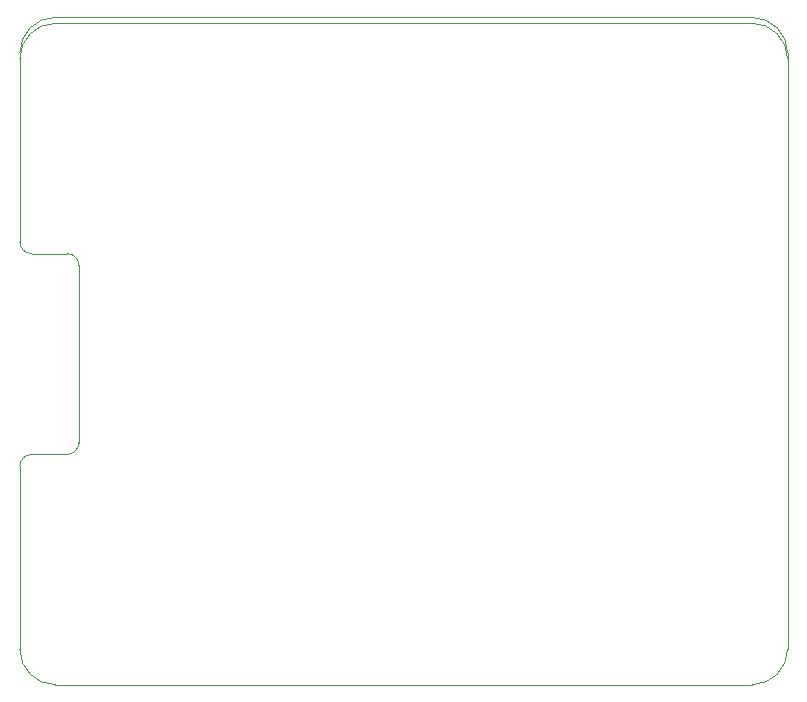
<source format=gbr>
G04 #@! TF.FileFunction,Profile,NP*
%FSLAX46Y46*%
G04 Gerber Fmt 4.6, Leading zero omitted, Abs format (unit mm)*
G04 Created by KiCad (PCBNEW 4.0.4-stable) date 04/06/17 21:17:55*
%MOMM*%
%LPD*%
G01*
G04 APERTURE LIST*
%ADD10C,0.100000*%
G04 APERTURE END LIST*
D10*
X139740000Y-96520000D02*
G75*
G03X136740000Y-93520000I-3000000J0D01*
G01*
X77740000Y-93520000D02*
X136740000Y-93520000D01*
X77740000Y-93520000D02*
G75*
G03X74740000Y-96520000I0J-3000000D01*
G01*
X75740000Y-130020000D02*
G75*
G03X74740000Y-131020000I0J-1000000D01*
G01*
X78740000Y-130020000D02*
G75*
G03X79740000Y-129020000I0J1000000D01*
G01*
X79740000Y-114020000D02*
G75*
G03X78740000Y-113020000I-1000000J0D01*
G01*
X74740000Y-112020000D02*
G75*
G03X75740000Y-113020000I1000000J0D01*
G01*
X136740000Y-149520000D02*
G75*
G03X139740000Y-146520000I0J3000000D01*
G01*
X74740000Y-146520000D02*
G75*
G03X77740000Y-149520000I3000000J0D01*
G01*
X77740000Y-93020000D02*
G75*
G03X74740000Y-96020000I0J-3000000D01*
G01*
X139740000Y-96020000D02*
G75*
G03X136740000Y-93020000I-3000000J0D01*
G01*
X74740000Y-131020000D02*
X74740000Y-146520000D01*
X74740000Y-96020000D02*
X74740000Y-112020000D01*
X75740000Y-130020000D02*
X78740000Y-130020000D01*
X75740000Y-113020000D02*
X78740000Y-113020000D01*
X79740000Y-114020000D02*
X79740000Y-129020000D01*
X77740000Y-149520000D02*
X136740000Y-149520000D01*
X139740000Y-96020000D02*
X139740000Y-146520000D01*
X77740000Y-93020000D02*
X136740000Y-93020000D01*
M02*

</source>
